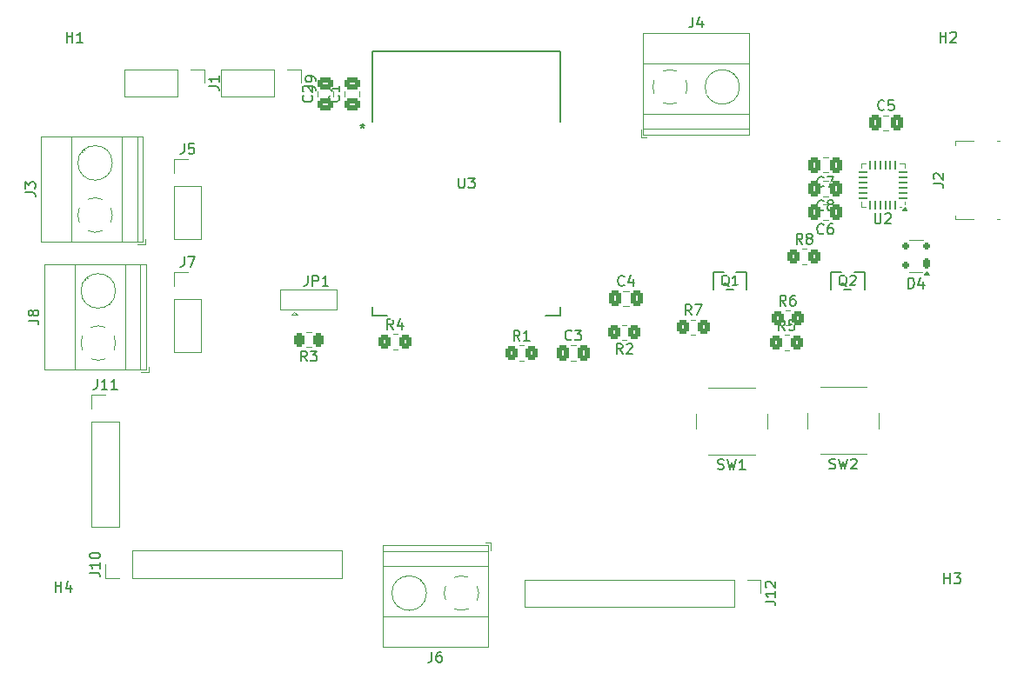
<source format=gto>
%TF.GenerationSoftware,KiCad,Pcbnew,8.0.5*%
%TF.CreationDate,2024-11-24T13:48:28-06:00*%
%TF.ProjectId,Autonomous_Gardening_Rover_v2,4175746f-6e6f-46d6-9f75-735f47617264,rev?*%
%TF.SameCoordinates,Original*%
%TF.FileFunction,Legend,Top*%
%TF.FilePolarity,Positive*%
%FSLAX46Y46*%
G04 Gerber Fmt 4.6, Leading zero omitted, Abs format (unit mm)*
G04 Created by KiCad (PCBNEW 8.0.5) date 2024-11-24 13:48:28*
%MOMM*%
%LPD*%
G01*
G04 APERTURE LIST*
G04 Aperture macros list*
%AMRoundRect*
0 Rectangle with rounded corners*
0 $1 Rounding radius*
0 $2 $3 $4 $5 $6 $7 $8 $9 X,Y pos of 4 corners*
0 Add a 4 corners polygon primitive as box body*
4,1,4,$2,$3,$4,$5,$6,$7,$8,$9,$2,$3,0*
0 Add four circle primitives for the rounded corners*
1,1,$1+$1,$2,$3*
1,1,$1+$1,$4,$5*
1,1,$1+$1,$6,$7*
1,1,$1+$1,$8,$9*
0 Add four rect primitives between the rounded corners*
20,1,$1+$1,$2,$3,$4,$5,0*
20,1,$1+$1,$4,$5,$6,$7,0*
20,1,$1+$1,$6,$7,$8,$9,0*
20,1,$1+$1,$8,$9,$2,$3,0*%
%AMFreePoly0*
4,1,6,1.000000,0.000000,0.500000,-0.750000,-0.500000,-0.750000,-0.500000,0.750000,0.500000,0.750000,1.000000,0.000000,1.000000,0.000000,$1*%
G04 Aperture macros list end*
%ADD10C,0.150000*%
%ADD11C,0.120000*%
%ADD12C,0.152400*%
%ADD13R,2.600000X2.600000*%
%ADD14C,2.600000*%
%ADD15R,1.700000X1.700000*%
%ADD16O,1.700000X1.700000*%
%ADD17R,1.498600X0.812800*%
%ADD18R,0.812800X1.498600*%
%ADD19R,0.889000X0.889000*%
%ADD20R,0.558800X1.219200*%
%ADD21RoundRect,0.250000X-0.337500X-0.475000X0.337500X-0.475000X0.337500X0.475000X-0.337500X0.475000X0*%
%ADD22RoundRect,0.250000X-0.350000X-0.450000X0.350000X-0.450000X0.350000X0.450000X-0.350000X0.450000X0*%
%ADD23C,3.200000*%
%ADD24RoundRect,0.250000X0.337500X0.475000X-0.337500X0.475000X-0.337500X-0.475000X0.337500X-0.475000X0*%
%ADD25RoundRect,0.250000X0.475000X-0.337500X0.475000X0.337500X-0.475000X0.337500X-0.475000X-0.337500X0*%
%ADD26R,1.500000X1.500000*%
%ADD27FreePoly0,0.000000*%
%ADD28FreePoly0,180.000000*%
%ADD29RoundRect,0.175000X0.175000X0.325000X-0.175000X0.325000X-0.175000X-0.325000X0.175000X-0.325000X0*%
%ADD30RoundRect,0.150000X0.200000X0.150000X-0.200000X0.150000X-0.200000X-0.150000X0.200000X-0.150000X0*%
%ADD31RoundRect,0.250000X0.262500X0.450000X-0.262500X0.450000X-0.262500X-0.450000X0.262500X-0.450000X0*%
%ADD32RoundRect,0.062500X0.350000X0.062500X-0.350000X0.062500X-0.350000X-0.062500X0.350000X-0.062500X0*%
%ADD33RoundRect,0.062500X0.062500X0.350000X-0.062500X0.350000X-0.062500X-0.350000X0.062500X-0.350000X0*%
%ADD34RoundRect,0.250000X0.350000X0.450000X-0.350000X0.450000X-0.350000X-0.450000X0.350000X-0.450000X0*%
%ADD35C,2.000000*%
%ADD36R,1.380000X0.450000*%
%ADD37R,1.300000X1.650000*%
%ADD38R,1.550000X1.425000*%
%ADD39R,1.900000X1.800000*%
%ADD40R,1.900000X1.000000*%
G04 APERTURE END LIST*
D10*
X50499819Y-103338333D02*
X51214104Y-103338333D01*
X51214104Y-103338333D02*
X51356961Y-103385952D01*
X51356961Y-103385952D02*
X51452200Y-103481190D01*
X51452200Y-103481190D02*
X51499819Y-103624047D01*
X51499819Y-103624047D02*
X51499819Y-103719285D01*
X50928390Y-102719285D02*
X50880771Y-102814523D01*
X50880771Y-102814523D02*
X50833152Y-102862142D01*
X50833152Y-102862142D02*
X50737914Y-102909761D01*
X50737914Y-102909761D02*
X50690295Y-102909761D01*
X50690295Y-102909761D02*
X50595057Y-102862142D01*
X50595057Y-102862142D02*
X50547438Y-102814523D01*
X50547438Y-102814523D02*
X50499819Y-102719285D01*
X50499819Y-102719285D02*
X50499819Y-102528809D01*
X50499819Y-102528809D02*
X50547438Y-102433571D01*
X50547438Y-102433571D02*
X50595057Y-102385952D01*
X50595057Y-102385952D02*
X50690295Y-102338333D01*
X50690295Y-102338333D02*
X50737914Y-102338333D01*
X50737914Y-102338333D02*
X50833152Y-102385952D01*
X50833152Y-102385952D02*
X50880771Y-102433571D01*
X50880771Y-102433571D02*
X50928390Y-102528809D01*
X50928390Y-102528809D02*
X50928390Y-102719285D01*
X50928390Y-102719285D02*
X50976009Y-102814523D01*
X50976009Y-102814523D02*
X51023628Y-102862142D01*
X51023628Y-102862142D02*
X51118866Y-102909761D01*
X51118866Y-102909761D02*
X51309342Y-102909761D01*
X51309342Y-102909761D02*
X51404580Y-102862142D01*
X51404580Y-102862142D02*
X51452200Y-102814523D01*
X51452200Y-102814523D02*
X51499819Y-102719285D01*
X51499819Y-102719285D02*
X51499819Y-102528809D01*
X51499819Y-102528809D02*
X51452200Y-102433571D01*
X51452200Y-102433571D02*
X51404580Y-102385952D01*
X51404580Y-102385952D02*
X51309342Y-102338333D01*
X51309342Y-102338333D02*
X51118866Y-102338333D01*
X51118866Y-102338333D02*
X51023628Y-102385952D01*
X51023628Y-102385952D02*
X50976009Y-102433571D01*
X50976009Y-102433571D02*
X50928390Y-102528809D01*
X68064819Y-80533333D02*
X68779104Y-80533333D01*
X68779104Y-80533333D02*
X68921961Y-80580952D01*
X68921961Y-80580952D02*
X69017200Y-80676190D01*
X69017200Y-80676190D02*
X69064819Y-80819047D01*
X69064819Y-80819047D02*
X69064819Y-80914285D01*
X69064819Y-79533333D02*
X69064819Y-80104761D01*
X69064819Y-79819047D02*
X68064819Y-79819047D01*
X68064819Y-79819047D02*
X68207676Y-79914285D01*
X68207676Y-79914285D02*
X68302914Y-80009523D01*
X68302914Y-80009523D02*
X68350533Y-80104761D01*
X92382595Y-89454819D02*
X92382595Y-90264342D01*
X92382595Y-90264342D02*
X92430214Y-90359580D01*
X92430214Y-90359580D02*
X92477833Y-90407200D01*
X92477833Y-90407200D02*
X92573071Y-90454819D01*
X92573071Y-90454819D02*
X92763547Y-90454819D01*
X92763547Y-90454819D02*
X92858785Y-90407200D01*
X92858785Y-90407200D02*
X92906404Y-90359580D01*
X92906404Y-90359580D02*
X92954023Y-90264342D01*
X92954023Y-90264342D02*
X92954023Y-89454819D01*
X93334976Y-89454819D02*
X93954023Y-89454819D01*
X93954023Y-89454819D02*
X93620690Y-89835771D01*
X93620690Y-89835771D02*
X93763547Y-89835771D01*
X93763547Y-89835771D02*
X93858785Y-89883390D01*
X93858785Y-89883390D02*
X93906404Y-89931009D01*
X93906404Y-89931009D02*
X93954023Y-90026247D01*
X93954023Y-90026247D02*
X93954023Y-90264342D01*
X93954023Y-90264342D02*
X93906404Y-90359580D01*
X93906404Y-90359580D02*
X93858785Y-90407200D01*
X93858785Y-90407200D02*
X93763547Y-90454819D01*
X93763547Y-90454819D02*
X93477833Y-90454819D01*
X93477833Y-90454819D02*
X93382595Y-90407200D01*
X93382595Y-90407200D02*
X93334976Y-90359580D01*
X83010200Y-84194819D02*
X83010200Y-84432914D01*
X82772105Y-84337676D02*
X83010200Y-84432914D01*
X83010200Y-84432914D02*
X83248295Y-84337676D01*
X82867343Y-84623390D02*
X83010200Y-84432914D01*
X83010200Y-84432914D02*
X83153057Y-84623390D01*
X83010200Y-84194819D02*
X83010200Y-84432914D01*
X82772105Y-84337676D02*
X83010200Y-84432914D01*
X83010200Y-84432914D02*
X83248295Y-84337676D01*
X82867343Y-84623390D02*
X83010200Y-84432914D01*
X83010200Y-84432914D02*
X83153057Y-84623390D01*
X130154762Y-100029058D02*
X130059524Y-99981439D01*
X130059524Y-99981439D02*
X129964286Y-99886201D01*
X129964286Y-99886201D02*
X129821429Y-99743343D01*
X129821429Y-99743343D02*
X129726191Y-99695724D01*
X129726191Y-99695724D02*
X129630953Y-99695724D01*
X129678572Y-99933820D02*
X129583334Y-99886201D01*
X129583334Y-99886201D02*
X129488096Y-99790962D01*
X129488096Y-99790962D02*
X129440477Y-99600486D01*
X129440477Y-99600486D02*
X129440477Y-99267153D01*
X129440477Y-99267153D02*
X129488096Y-99076677D01*
X129488096Y-99076677D02*
X129583334Y-98981439D01*
X129583334Y-98981439D02*
X129678572Y-98933820D01*
X129678572Y-98933820D02*
X129869048Y-98933820D01*
X129869048Y-98933820D02*
X129964286Y-98981439D01*
X129964286Y-98981439D02*
X130059524Y-99076677D01*
X130059524Y-99076677D02*
X130107143Y-99267153D01*
X130107143Y-99267153D02*
X130107143Y-99600486D01*
X130107143Y-99600486D02*
X130059524Y-99790962D01*
X130059524Y-99790962D02*
X129964286Y-99886201D01*
X129964286Y-99886201D02*
X129869048Y-99933820D01*
X129869048Y-99933820D02*
X129678572Y-99933820D01*
X130488096Y-99029058D02*
X130535715Y-98981439D01*
X130535715Y-98981439D02*
X130630953Y-98933820D01*
X130630953Y-98933820D02*
X130869048Y-98933820D01*
X130869048Y-98933820D02*
X130964286Y-98981439D01*
X130964286Y-98981439D02*
X131011905Y-99029058D01*
X131011905Y-99029058D02*
X131059524Y-99124296D01*
X131059524Y-99124296D02*
X131059524Y-99219534D01*
X131059524Y-99219534D02*
X131011905Y-99362391D01*
X131011905Y-99362391D02*
X130440477Y-99933820D01*
X130440477Y-99933820D02*
X131059524Y-99933820D01*
X103370833Y-105179580D02*
X103323214Y-105227200D01*
X103323214Y-105227200D02*
X103180357Y-105274819D01*
X103180357Y-105274819D02*
X103085119Y-105274819D01*
X103085119Y-105274819D02*
X102942262Y-105227200D01*
X102942262Y-105227200D02*
X102847024Y-105131961D01*
X102847024Y-105131961D02*
X102799405Y-105036723D01*
X102799405Y-105036723D02*
X102751786Y-104846247D01*
X102751786Y-104846247D02*
X102751786Y-104703390D01*
X102751786Y-104703390D02*
X102799405Y-104512914D01*
X102799405Y-104512914D02*
X102847024Y-104417676D01*
X102847024Y-104417676D02*
X102942262Y-104322438D01*
X102942262Y-104322438D02*
X103085119Y-104274819D01*
X103085119Y-104274819D02*
X103180357Y-104274819D01*
X103180357Y-104274819D02*
X103323214Y-104322438D01*
X103323214Y-104322438D02*
X103370833Y-104370057D01*
X103704167Y-104274819D02*
X104323214Y-104274819D01*
X104323214Y-104274819D02*
X103989881Y-104655771D01*
X103989881Y-104655771D02*
X104132738Y-104655771D01*
X104132738Y-104655771D02*
X104227976Y-104703390D01*
X104227976Y-104703390D02*
X104275595Y-104751009D01*
X104275595Y-104751009D02*
X104323214Y-104846247D01*
X104323214Y-104846247D02*
X104323214Y-105084342D01*
X104323214Y-105084342D02*
X104275595Y-105179580D01*
X104275595Y-105179580D02*
X104227976Y-105227200D01*
X104227976Y-105227200D02*
X104132738Y-105274819D01*
X104132738Y-105274819D02*
X103847024Y-105274819D01*
X103847024Y-105274819D02*
X103751786Y-105227200D01*
X103751786Y-105227200D02*
X103704167Y-105179580D01*
X118704761Y-100029058D02*
X118609523Y-99981439D01*
X118609523Y-99981439D02*
X118514285Y-99886201D01*
X118514285Y-99886201D02*
X118371428Y-99743343D01*
X118371428Y-99743343D02*
X118276190Y-99695724D01*
X118276190Y-99695724D02*
X118180952Y-99695724D01*
X118228571Y-99933820D02*
X118133333Y-99886201D01*
X118133333Y-99886201D02*
X118038095Y-99790962D01*
X118038095Y-99790962D02*
X117990476Y-99600486D01*
X117990476Y-99600486D02*
X117990476Y-99267153D01*
X117990476Y-99267153D02*
X118038095Y-99076677D01*
X118038095Y-99076677D02*
X118133333Y-98981439D01*
X118133333Y-98981439D02*
X118228571Y-98933820D01*
X118228571Y-98933820D02*
X118419047Y-98933820D01*
X118419047Y-98933820D02*
X118514285Y-98981439D01*
X118514285Y-98981439D02*
X118609523Y-99076677D01*
X118609523Y-99076677D02*
X118657142Y-99267153D01*
X118657142Y-99267153D02*
X118657142Y-99600486D01*
X118657142Y-99600486D02*
X118609523Y-99790962D01*
X118609523Y-99790962D02*
X118514285Y-99886201D01*
X118514285Y-99886201D02*
X118419047Y-99933820D01*
X118419047Y-99933820D02*
X118228571Y-99933820D01*
X119609523Y-99933820D02*
X119038095Y-99933820D01*
X119323809Y-99933820D02*
X119323809Y-98933820D01*
X119323809Y-98933820D02*
X119228571Y-99076677D01*
X119228571Y-99076677D02*
X119133333Y-99171915D01*
X119133333Y-99171915D02*
X119038095Y-99219534D01*
X57190476Y-109049819D02*
X57190476Y-109764104D01*
X57190476Y-109764104D02*
X57142857Y-109906961D01*
X57142857Y-109906961D02*
X57047619Y-110002200D01*
X57047619Y-110002200D02*
X56904762Y-110049819D01*
X56904762Y-110049819D02*
X56809524Y-110049819D01*
X58190476Y-110049819D02*
X57619048Y-110049819D01*
X57904762Y-110049819D02*
X57904762Y-109049819D01*
X57904762Y-109049819D02*
X57809524Y-109192676D01*
X57809524Y-109192676D02*
X57714286Y-109287914D01*
X57714286Y-109287914D02*
X57619048Y-109335533D01*
X59142857Y-110049819D02*
X58571429Y-110049819D01*
X58857143Y-110049819D02*
X58857143Y-109049819D01*
X58857143Y-109049819D02*
X58761905Y-109192676D01*
X58761905Y-109192676D02*
X58666667Y-109287914D01*
X58666667Y-109287914D02*
X58571429Y-109335533D01*
X98333333Y-105304819D02*
X98000000Y-104828628D01*
X97761905Y-105304819D02*
X97761905Y-104304819D01*
X97761905Y-104304819D02*
X98142857Y-104304819D01*
X98142857Y-104304819D02*
X98238095Y-104352438D01*
X98238095Y-104352438D02*
X98285714Y-104400057D01*
X98285714Y-104400057D02*
X98333333Y-104495295D01*
X98333333Y-104495295D02*
X98333333Y-104638152D01*
X98333333Y-104638152D02*
X98285714Y-104733390D01*
X98285714Y-104733390D02*
X98238095Y-104781009D01*
X98238095Y-104781009D02*
X98142857Y-104828628D01*
X98142857Y-104828628D02*
X97761905Y-104828628D01*
X99285714Y-105304819D02*
X98714286Y-105304819D01*
X99000000Y-105304819D02*
X99000000Y-104304819D01*
X99000000Y-104304819D02*
X98904762Y-104447676D01*
X98904762Y-104447676D02*
X98809524Y-104542914D01*
X98809524Y-104542914D02*
X98714286Y-104590533D01*
X139238095Y-76254819D02*
X139238095Y-75254819D01*
X139238095Y-75731009D02*
X139809523Y-75731009D01*
X139809523Y-76254819D02*
X139809523Y-75254819D01*
X140238095Y-75350057D02*
X140285714Y-75302438D01*
X140285714Y-75302438D02*
X140380952Y-75254819D01*
X140380952Y-75254819D02*
X140619047Y-75254819D01*
X140619047Y-75254819D02*
X140714285Y-75302438D01*
X140714285Y-75302438D02*
X140761904Y-75350057D01*
X140761904Y-75350057D02*
X140809523Y-75445295D01*
X140809523Y-75445295D02*
X140809523Y-75540533D01*
X140809523Y-75540533D02*
X140761904Y-75683390D01*
X140761904Y-75683390D02*
X140190476Y-76254819D01*
X140190476Y-76254819D02*
X140809523Y-76254819D01*
X89771666Y-135609819D02*
X89771666Y-136324104D01*
X89771666Y-136324104D02*
X89724047Y-136466961D01*
X89724047Y-136466961D02*
X89628809Y-136562200D01*
X89628809Y-136562200D02*
X89485952Y-136609819D01*
X89485952Y-136609819D02*
X89390714Y-136609819D01*
X90676428Y-135609819D02*
X90485952Y-135609819D01*
X90485952Y-135609819D02*
X90390714Y-135657438D01*
X90390714Y-135657438D02*
X90343095Y-135705057D01*
X90343095Y-135705057D02*
X90247857Y-135847914D01*
X90247857Y-135847914D02*
X90200238Y-136038390D01*
X90200238Y-136038390D02*
X90200238Y-136419342D01*
X90200238Y-136419342D02*
X90247857Y-136514580D01*
X90247857Y-136514580D02*
X90295476Y-136562200D01*
X90295476Y-136562200D02*
X90390714Y-136609819D01*
X90390714Y-136609819D02*
X90581190Y-136609819D01*
X90581190Y-136609819D02*
X90676428Y-136562200D01*
X90676428Y-136562200D02*
X90724047Y-136514580D01*
X90724047Y-136514580D02*
X90771666Y-136419342D01*
X90771666Y-136419342D02*
X90771666Y-136181247D01*
X90771666Y-136181247D02*
X90724047Y-136086009D01*
X90724047Y-136086009D02*
X90676428Y-136038390D01*
X90676428Y-136038390D02*
X90581190Y-135990771D01*
X90581190Y-135990771D02*
X90390714Y-135990771D01*
X90390714Y-135990771D02*
X90295476Y-136038390D01*
X90295476Y-136038390D02*
X90247857Y-136086009D01*
X90247857Y-136086009D02*
X90200238Y-136181247D01*
X127895833Y-94839580D02*
X127848214Y-94887200D01*
X127848214Y-94887200D02*
X127705357Y-94934819D01*
X127705357Y-94934819D02*
X127610119Y-94934819D01*
X127610119Y-94934819D02*
X127467262Y-94887200D01*
X127467262Y-94887200D02*
X127372024Y-94791961D01*
X127372024Y-94791961D02*
X127324405Y-94696723D01*
X127324405Y-94696723D02*
X127276786Y-94506247D01*
X127276786Y-94506247D02*
X127276786Y-94363390D01*
X127276786Y-94363390D02*
X127324405Y-94172914D01*
X127324405Y-94172914D02*
X127372024Y-94077676D01*
X127372024Y-94077676D02*
X127467262Y-93982438D01*
X127467262Y-93982438D02*
X127610119Y-93934819D01*
X127610119Y-93934819D02*
X127705357Y-93934819D01*
X127705357Y-93934819D02*
X127848214Y-93982438D01*
X127848214Y-93982438D02*
X127895833Y-94030057D01*
X128752976Y-93934819D02*
X128562500Y-93934819D01*
X128562500Y-93934819D02*
X128467262Y-93982438D01*
X128467262Y-93982438D02*
X128419643Y-94030057D01*
X128419643Y-94030057D02*
X128324405Y-94172914D01*
X128324405Y-94172914D02*
X128276786Y-94363390D01*
X128276786Y-94363390D02*
X128276786Y-94744342D01*
X128276786Y-94744342D02*
X128324405Y-94839580D01*
X128324405Y-94839580D02*
X128372024Y-94887200D01*
X128372024Y-94887200D02*
X128467262Y-94934819D01*
X128467262Y-94934819D02*
X128657738Y-94934819D01*
X128657738Y-94934819D02*
X128752976Y-94887200D01*
X128752976Y-94887200D02*
X128800595Y-94839580D01*
X128800595Y-94839580D02*
X128848214Y-94744342D01*
X128848214Y-94744342D02*
X128848214Y-94506247D01*
X128848214Y-94506247D02*
X128800595Y-94411009D01*
X128800595Y-94411009D02*
X128752976Y-94363390D01*
X128752976Y-94363390D02*
X128657738Y-94315771D01*
X128657738Y-94315771D02*
X128467262Y-94315771D01*
X128467262Y-94315771D02*
X128372024Y-94363390D01*
X128372024Y-94363390D02*
X128324405Y-94411009D01*
X128324405Y-94411009D02*
X128276786Y-94506247D01*
X78079580Y-81429166D02*
X78127200Y-81476785D01*
X78127200Y-81476785D02*
X78174819Y-81619642D01*
X78174819Y-81619642D02*
X78174819Y-81714880D01*
X78174819Y-81714880D02*
X78127200Y-81857737D01*
X78127200Y-81857737D02*
X78031961Y-81952975D01*
X78031961Y-81952975D02*
X77936723Y-82000594D01*
X77936723Y-82000594D02*
X77746247Y-82048213D01*
X77746247Y-82048213D02*
X77603390Y-82048213D01*
X77603390Y-82048213D02*
X77412914Y-82000594D01*
X77412914Y-82000594D02*
X77317676Y-81952975D01*
X77317676Y-81952975D02*
X77222438Y-81857737D01*
X77222438Y-81857737D02*
X77174819Y-81714880D01*
X77174819Y-81714880D02*
X77174819Y-81619642D01*
X77174819Y-81619642D02*
X77222438Y-81476785D01*
X77222438Y-81476785D02*
X77270057Y-81429166D01*
X77270057Y-81048213D02*
X77222438Y-81000594D01*
X77222438Y-81000594D02*
X77174819Y-80905356D01*
X77174819Y-80905356D02*
X77174819Y-80667261D01*
X77174819Y-80667261D02*
X77222438Y-80572023D01*
X77222438Y-80572023D02*
X77270057Y-80524404D01*
X77270057Y-80524404D02*
X77365295Y-80476785D01*
X77365295Y-80476785D02*
X77460533Y-80476785D01*
X77460533Y-80476785D02*
X77603390Y-80524404D01*
X77603390Y-80524404D02*
X78174819Y-81095832D01*
X78174819Y-81095832D02*
X78174819Y-80476785D01*
X77691666Y-98979819D02*
X77691666Y-99694104D01*
X77691666Y-99694104D02*
X77644047Y-99836961D01*
X77644047Y-99836961D02*
X77548809Y-99932200D01*
X77548809Y-99932200D02*
X77405952Y-99979819D01*
X77405952Y-99979819D02*
X77310714Y-99979819D01*
X78167857Y-99979819D02*
X78167857Y-98979819D01*
X78167857Y-98979819D02*
X78548809Y-98979819D01*
X78548809Y-98979819D02*
X78644047Y-99027438D01*
X78644047Y-99027438D02*
X78691666Y-99075057D01*
X78691666Y-99075057D02*
X78739285Y-99170295D01*
X78739285Y-99170295D02*
X78739285Y-99313152D01*
X78739285Y-99313152D02*
X78691666Y-99408390D01*
X78691666Y-99408390D02*
X78644047Y-99456009D01*
X78644047Y-99456009D02*
X78548809Y-99503628D01*
X78548809Y-99503628D02*
X78167857Y-99503628D01*
X79691666Y-99979819D02*
X79120238Y-99979819D01*
X79405952Y-99979819D02*
X79405952Y-98979819D01*
X79405952Y-98979819D02*
X79310714Y-99122676D01*
X79310714Y-99122676D02*
X79215476Y-99217914D01*
X79215476Y-99217914D02*
X79120238Y-99265533D01*
X80679580Y-81429166D02*
X80727200Y-81476785D01*
X80727200Y-81476785D02*
X80774819Y-81619642D01*
X80774819Y-81619642D02*
X80774819Y-81714880D01*
X80774819Y-81714880D02*
X80727200Y-81857737D01*
X80727200Y-81857737D02*
X80631961Y-81952975D01*
X80631961Y-81952975D02*
X80536723Y-82000594D01*
X80536723Y-82000594D02*
X80346247Y-82048213D01*
X80346247Y-82048213D02*
X80203390Y-82048213D01*
X80203390Y-82048213D02*
X80012914Y-82000594D01*
X80012914Y-82000594D02*
X79917676Y-81952975D01*
X79917676Y-81952975D02*
X79822438Y-81857737D01*
X79822438Y-81857737D02*
X79774819Y-81714880D01*
X79774819Y-81714880D02*
X79774819Y-81619642D01*
X79774819Y-81619642D02*
X79822438Y-81476785D01*
X79822438Y-81476785D02*
X79870057Y-81429166D01*
X80774819Y-80476785D02*
X80774819Y-81048213D01*
X80774819Y-80762499D02*
X79774819Y-80762499D01*
X79774819Y-80762499D02*
X79917676Y-80857737D01*
X79917676Y-80857737D02*
X80012914Y-80952975D01*
X80012914Y-80952975D02*
X80060533Y-81048213D01*
X124233333Y-101904819D02*
X123900000Y-101428628D01*
X123661905Y-101904819D02*
X123661905Y-100904819D01*
X123661905Y-100904819D02*
X124042857Y-100904819D01*
X124042857Y-100904819D02*
X124138095Y-100952438D01*
X124138095Y-100952438D02*
X124185714Y-101000057D01*
X124185714Y-101000057D02*
X124233333Y-101095295D01*
X124233333Y-101095295D02*
X124233333Y-101238152D01*
X124233333Y-101238152D02*
X124185714Y-101333390D01*
X124185714Y-101333390D02*
X124138095Y-101381009D01*
X124138095Y-101381009D02*
X124042857Y-101428628D01*
X124042857Y-101428628D02*
X123661905Y-101428628D01*
X125090476Y-100904819D02*
X124900000Y-100904819D01*
X124900000Y-100904819D02*
X124804762Y-100952438D01*
X124804762Y-100952438D02*
X124757143Y-101000057D01*
X124757143Y-101000057D02*
X124661905Y-101142914D01*
X124661905Y-101142914D02*
X124614286Y-101333390D01*
X124614286Y-101333390D02*
X124614286Y-101714342D01*
X124614286Y-101714342D02*
X124661905Y-101809580D01*
X124661905Y-101809580D02*
X124709524Y-101857200D01*
X124709524Y-101857200D02*
X124804762Y-101904819D01*
X124804762Y-101904819D02*
X124995238Y-101904819D01*
X124995238Y-101904819D02*
X125090476Y-101857200D01*
X125090476Y-101857200D02*
X125138095Y-101809580D01*
X125138095Y-101809580D02*
X125185714Y-101714342D01*
X125185714Y-101714342D02*
X125185714Y-101476247D01*
X125185714Y-101476247D02*
X125138095Y-101381009D01*
X125138095Y-101381009D02*
X125090476Y-101333390D01*
X125090476Y-101333390D02*
X124995238Y-101285771D01*
X124995238Y-101285771D02*
X124804762Y-101285771D01*
X124804762Y-101285771D02*
X124709524Y-101333390D01*
X124709524Y-101333390D02*
X124661905Y-101381009D01*
X124661905Y-101381009D02*
X124614286Y-101476247D01*
X136141905Y-100204819D02*
X136141905Y-99204819D01*
X136141905Y-99204819D02*
X136380000Y-99204819D01*
X136380000Y-99204819D02*
X136522857Y-99252438D01*
X136522857Y-99252438D02*
X136618095Y-99347676D01*
X136618095Y-99347676D02*
X136665714Y-99442914D01*
X136665714Y-99442914D02*
X136713333Y-99633390D01*
X136713333Y-99633390D02*
X136713333Y-99776247D01*
X136713333Y-99776247D02*
X136665714Y-99966723D01*
X136665714Y-99966723D02*
X136618095Y-100061961D01*
X136618095Y-100061961D02*
X136522857Y-100157200D01*
X136522857Y-100157200D02*
X136380000Y-100204819D01*
X136380000Y-100204819D02*
X136141905Y-100204819D01*
X137570476Y-99538152D02*
X137570476Y-100204819D01*
X137332381Y-99157200D02*
X137094286Y-99871485D01*
X137094286Y-99871485D02*
X137713333Y-99871485D01*
X77620833Y-107304819D02*
X77287500Y-106828628D01*
X77049405Y-107304819D02*
X77049405Y-106304819D01*
X77049405Y-106304819D02*
X77430357Y-106304819D01*
X77430357Y-106304819D02*
X77525595Y-106352438D01*
X77525595Y-106352438D02*
X77573214Y-106400057D01*
X77573214Y-106400057D02*
X77620833Y-106495295D01*
X77620833Y-106495295D02*
X77620833Y-106638152D01*
X77620833Y-106638152D02*
X77573214Y-106733390D01*
X77573214Y-106733390D02*
X77525595Y-106781009D01*
X77525595Y-106781009D02*
X77430357Y-106828628D01*
X77430357Y-106828628D02*
X77049405Y-106828628D01*
X77954167Y-106304819D02*
X78573214Y-106304819D01*
X78573214Y-106304819D02*
X78239881Y-106685771D01*
X78239881Y-106685771D02*
X78382738Y-106685771D01*
X78382738Y-106685771D02*
X78477976Y-106733390D01*
X78477976Y-106733390D02*
X78525595Y-106781009D01*
X78525595Y-106781009D02*
X78573214Y-106876247D01*
X78573214Y-106876247D02*
X78573214Y-107114342D01*
X78573214Y-107114342D02*
X78525595Y-107209580D01*
X78525595Y-107209580D02*
X78477976Y-107257200D01*
X78477976Y-107257200D02*
X78382738Y-107304819D01*
X78382738Y-107304819D02*
X78097024Y-107304819D01*
X78097024Y-107304819D02*
X78001786Y-107257200D01*
X78001786Y-107257200D02*
X77954167Y-107209580D01*
X50194819Y-90873333D02*
X50909104Y-90873333D01*
X50909104Y-90873333D02*
X51051961Y-90920952D01*
X51051961Y-90920952D02*
X51147200Y-91016190D01*
X51147200Y-91016190D02*
X51194819Y-91159047D01*
X51194819Y-91159047D02*
X51194819Y-91254285D01*
X50194819Y-90492380D02*
X50194819Y-89873333D01*
X50194819Y-89873333D02*
X50575771Y-90206666D01*
X50575771Y-90206666D02*
X50575771Y-90063809D01*
X50575771Y-90063809D02*
X50623390Y-89968571D01*
X50623390Y-89968571D02*
X50671009Y-89920952D01*
X50671009Y-89920952D02*
X50766247Y-89873333D01*
X50766247Y-89873333D02*
X51004342Y-89873333D01*
X51004342Y-89873333D02*
X51099580Y-89920952D01*
X51099580Y-89920952D02*
X51147200Y-89968571D01*
X51147200Y-89968571D02*
X51194819Y-90063809D01*
X51194819Y-90063809D02*
X51194819Y-90349523D01*
X51194819Y-90349523D02*
X51147200Y-90444761D01*
X51147200Y-90444761D02*
X51099580Y-90492380D01*
X115033333Y-102804819D02*
X114700000Y-102328628D01*
X114461905Y-102804819D02*
X114461905Y-101804819D01*
X114461905Y-101804819D02*
X114842857Y-101804819D01*
X114842857Y-101804819D02*
X114938095Y-101852438D01*
X114938095Y-101852438D02*
X114985714Y-101900057D01*
X114985714Y-101900057D02*
X115033333Y-101995295D01*
X115033333Y-101995295D02*
X115033333Y-102138152D01*
X115033333Y-102138152D02*
X114985714Y-102233390D01*
X114985714Y-102233390D02*
X114938095Y-102281009D01*
X114938095Y-102281009D02*
X114842857Y-102328628D01*
X114842857Y-102328628D02*
X114461905Y-102328628D01*
X115366667Y-101804819D02*
X116033333Y-101804819D01*
X116033333Y-101804819D02*
X115604762Y-102804819D01*
X86033333Y-104204819D02*
X85700000Y-103728628D01*
X85461905Y-104204819D02*
X85461905Y-103204819D01*
X85461905Y-103204819D02*
X85842857Y-103204819D01*
X85842857Y-103204819D02*
X85938095Y-103252438D01*
X85938095Y-103252438D02*
X85985714Y-103300057D01*
X85985714Y-103300057D02*
X86033333Y-103395295D01*
X86033333Y-103395295D02*
X86033333Y-103538152D01*
X86033333Y-103538152D02*
X85985714Y-103633390D01*
X85985714Y-103633390D02*
X85938095Y-103681009D01*
X85938095Y-103681009D02*
X85842857Y-103728628D01*
X85842857Y-103728628D02*
X85461905Y-103728628D01*
X86890476Y-103538152D02*
X86890476Y-104204819D01*
X86652381Y-103157200D02*
X86414286Y-103871485D01*
X86414286Y-103871485D02*
X87033333Y-103871485D01*
X122224819Y-130709523D02*
X122939104Y-130709523D01*
X122939104Y-130709523D02*
X123081961Y-130757142D01*
X123081961Y-130757142D02*
X123177200Y-130852380D01*
X123177200Y-130852380D02*
X123224819Y-130995237D01*
X123224819Y-130995237D02*
X123224819Y-131090475D01*
X123224819Y-129709523D02*
X123224819Y-130280951D01*
X123224819Y-129995237D02*
X122224819Y-129995237D01*
X122224819Y-129995237D02*
X122367676Y-130090475D01*
X122367676Y-130090475D02*
X122462914Y-130185713D01*
X122462914Y-130185713D02*
X122510533Y-130280951D01*
X122320057Y-129328570D02*
X122272438Y-129280951D01*
X122272438Y-129280951D02*
X122224819Y-129185713D01*
X122224819Y-129185713D02*
X122224819Y-128947618D01*
X122224819Y-128947618D02*
X122272438Y-128852380D01*
X122272438Y-128852380D02*
X122320057Y-128804761D01*
X122320057Y-128804761D02*
X122415295Y-128757142D01*
X122415295Y-128757142D02*
X122510533Y-128757142D01*
X122510533Y-128757142D02*
X122653390Y-128804761D01*
X122653390Y-128804761D02*
X123224819Y-129376189D01*
X123224819Y-129376189D02*
X123224819Y-128757142D01*
X56474819Y-127909523D02*
X57189104Y-127909523D01*
X57189104Y-127909523D02*
X57331961Y-127957142D01*
X57331961Y-127957142D02*
X57427200Y-128052380D01*
X57427200Y-128052380D02*
X57474819Y-128195237D01*
X57474819Y-128195237D02*
X57474819Y-128290475D01*
X57474819Y-126909523D02*
X57474819Y-127480951D01*
X57474819Y-127195237D02*
X56474819Y-127195237D01*
X56474819Y-127195237D02*
X56617676Y-127290475D01*
X56617676Y-127290475D02*
X56712914Y-127385713D01*
X56712914Y-127385713D02*
X56760533Y-127480951D01*
X56474819Y-126290475D02*
X56474819Y-126195237D01*
X56474819Y-126195237D02*
X56522438Y-126099999D01*
X56522438Y-126099999D02*
X56570057Y-126052380D01*
X56570057Y-126052380D02*
X56665295Y-126004761D01*
X56665295Y-126004761D02*
X56855771Y-125957142D01*
X56855771Y-125957142D02*
X57093866Y-125957142D01*
X57093866Y-125957142D02*
X57284342Y-126004761D01*
X57284342Y-126004761D02*
X57379580Y-126052380D01*
X57379580Y-126052380D02*
X57427200Y-126099999D01*
X57427200Y-126099999D02*
X57474819Y-126195237D01*
X57474819Y-126195237D02*
X57474819Y-126290475D01*
X57474819Y-126290475D02*
X57427200Y-126385713D01*
X57427200Y-126385713D02*
X57379580Y-126433332D01*
X57379580Y-126433332D02*
X57284342Y-126480951D01*
X57284342Y-126480951D02*
X57093866Y-126528570D01*
X57093866Y-126528570D02*
X56855771Y-126528570D01*
X56855771Y-126528570D02*
X56665295Y-126480951D01*
X56665295Y-126480951D02*
X56570057Y-126433332D01*
X56570057Y-126433332D02*
X56522438Y-126385713D01*
X56522438Y-126385713D02*
X56474819Y-126290475D01*
X132888095Y-92904819D02*
X132888095Y-93714342D01*
X132888095Y-93714342D02*
X132935714Y-93809580D01*
X132935714Y-93809580D02*
X132983333Y-93857200D01*
X132983333Y-93857200D02*
X133078571Y-93904819D01*
X133078571Y-93904819D02*
X133269047Y-93904819D01*
X133269047Y-93904819D02*
X133364285Y-93857200D01*
X133364285Y-93857200D02*
X133411904Y-93809580D01*
X133411904Y-93809580D02*
X133459523Y-93714342D01*
X133459523Y-93714342D02*
X133459523Y-92904819D01*
X133888095Y-93000057D02*
X133935714Y-92952438D01*
X133935714Y-92952438D02*
X134030952Y-92904819D01*
X134030952Y-92904819D02*
X134269047Y-92904819D01*
X134269047Y-92904819D02*
X134364285Y-92952438D01*
X134364285Y-92952438D02*
X134411904Y-93000057D01*
X134411904Y-93000057D02*
X134459523Y-93095295D01*
X134459523Y-93095295D02*
X134459523Y-93190533D01*
X134459523Y-93190533D02*
X134411904Y-93333390D01*
X134411904Y-93333390D02*
X133840476Y-93904819D01*
X133840476Y-93904819D02*
X134459523Y-93904819D01*
X124133333Y-104304819D02*
X123800000Y-103828628D01*
X123561905Y-104304819D02*
X123561905Y-103304819D01*
X123561905Y-103304819D02*
X123942857Y-103304819D01*
X123942857Y-103304819D02*
X124038095Y-103352438D01*
X124038095Y-103352438D02*
X124085714Y-103400057D01*
X124085714Y-103400057D02*
X124133333Y-103495295D01*
X124133333Y-103495295D02*
X124133333Y-103638152D01*
X124133333Y-103638152D02*
X124085714Y-103733390D01*
X124085714Y-103733390D02*
X124038095Y-103781009D01*
X124038095Y-103781009D02*
X123942857Y-103828628D01*
X123942857Y-103828628D02*
X123561905Y-103828628D01*
X125038095Y-103304819D02*
X124561905Y-103304819D01*
X124561905Y-103304819D02*
X124514286Y-103781009D01*
X124514286Y-103781009D02*
X124561905Y-103733390D01*
X124561905Y-103733390D02*
X124657143Y-103685771D01*
X124657143Y-103685771D02*
X124895238Y-103685771D01*
X124895238Y-103685771D02*
X124990476Y-103733390D01*
X124990476Y-103733390D02*
X125038095Y-103781009D01*
X125038095Y-103781009D02*
X125085714Y-103876247D01*
X125085714Y-103876247D02*
X125085714Y-104114342D01*
X125085714Y-104114342D02*
X125038095Y-104209580D01*
X125038095Y-104209580D02*
X124990476Y-104257200D01*
X124990476Y-104257200D02*
X124895238Y-104304819D01*
X124895238Y-104304819D02*
X124657143Y-104304819D01*
X124657143Y-104304819D02*
X124561905Y-104257200D01*
X124561905Y-104257200D02*
X124514286Y-104209580D01*
X77464819Y-80533333D02*
X78179104Y-80533333D01*
X78179104Y-80533333D02*
X78321961Y-80580952D01*
X78321961Y-80580952D02*
X78417200Y-80676190D01*
X78417200Y-80676190D02*
X78464819Y-80819047D01*
X78464819Y-80819047D02*
X78464819Y-80914285D01*
X78464819Y-80009523D02*
X78464819Y-79819047D01*
X78464819Y-79819047D02*
X78417200Y-79723809D01*
X78417200Y-79723809D02*
X78369580Y-79676190D01*
X78369580Y-79676190D02*
X78226723Y-79580952D01*
X78226723Y-79580952D02*
X78036247Y-79533333D01*
X78036247Y-79533333D02*
X77655295Y-79533333D01*
X77655295Y-79533333D02*
X77560057Y-79580952D01*
X77560057Y-79580952D02*
X77512438Y-79628571D01*
X77512438Y-79628571D02*
X77464819Y-79723809D01*
X77464819Y-79723809D02*
X77464819Y-79914285D01*
X77464819Y-79914285D02*
X77512438Y-80009523D01*
X77512438Y-80009523D02*
X77560057Y-80057142D01*
X77560057Y-80057142D02*
X77655295Y-80104761D01*
X77655295Y-80104761D02*
X77893390Y-80104761D01*
X77893390Y-80104761D02*
X77988628Y-80057142D01*
X77988628Y-80057142D02*
X78036247Y-80009523D01*
X78036247Y-80009523D02*
X78083866Y-79914285D01*
X78083866Y-79914285D02*
X78083866Y-79723809D01*
X78083866Y-79723809D02*
X78036247Y-79628571D01*
X78036247Y-79628571D02*
X77988628Y-79580952D01*
X77988628Y-79580952D02*
X77893390Y-79533333D01*
X108333333Y-106604819D02*
X108000000Y-106128628D01*
X107761905Y-106604819D02*
X107761905Y-105604819D01*
X107761905Y-105604819D02*
X108142857Y-105604819D01*
X108142857Y-105604819D02*
X108238095Y-105652438D01*
X108238095Y-105652438D02*
X108285714Y-105700057D01*
X108285714Y-105700057D02*
X108333333Y-105795295D01*
X108333333Y-105795295D02*
X108333333Y-105938152D01*
X108333333Y-105938152D02*
X108285714Y-106033390D01*
X108285714Y-106033390D02*
X108238095Y-106081009D01*
X108238095Y-106081009D02*
X108142857Y-106128628D01*
X108142857Y-106128628D02*
X107761905Y-106128628D01*
X108714286Y-105700057D02*
X108761905Y-105652438D01*
X108761905Y-105652438D02*
X108857143Y-105604819D01*
X108857143Y-105604819D02*
X109095238Y-105604819D01*
X109095238Y-105604819D02*
X109190476Y-105652438D01*
X109190476Y-105652438D02*
X109238095Y-105700057D01*
X109238095Y-105700057D02*
X109285714Y-105795295D01*
X109285714Y-105795295D02*
X109285714Y-105890533D01*
X109285714Y-105890533D02*
X109238095Y-106033390D01*
X109238095Y-106033390D02*
X108666667Y-106604819D01*
X108666667Y-106604819D02*
X109285714Y-106604819D01*
X65666666Y-97124819D02*
X65666666Y-97839104D01*
X65666666Y-97839104D02*
X65619047Y-97981961D01*
X65619047Y-97981961D02*
X65523809Y-98077200D01*
X65523809Y-98077200D02*
X65380952Y-98124819D01*
X65380952Y-98124819D02*
X65285714Y-98124819D01*
X66047619Y-97124819D02*
X66714285Y-97124819D01*
X66714285Y-97124819D02*
X66285714Y-98124819D01*
X65666666Y-86124819D02*
X65666666Y-86839104D01*
X65666666Y-86839104D02*
X65619047Y-86981961D01*
X65619047Y-86981961D02*
X65523809Y-87077200D01*
X65523809Y-87077200D02*
X65380952Y-87124819D01*
X65380952Y-87124819D02*
X65285714Y-87124819D01*
X66619047Y-86124819D02*
X66142857Y-86124819D01*
X66142857Y-86124819D02*
X66095238Y-86601009D01*
X66095238Y-86601009D02*
X66142857Y-86553390D01*
X66142857Y-86553390D02*
X66238095Y-86505771D01*
X66238095Y-86505771D02*
X66476190Y-86505771D01*
X66476190Y-86505771D02*
X66571428Y-86553390D01*
X66571428Y-86553390D02*
X66619047Y-86601009D01*
X66619047Y-86601009D02*
X66666666Y-86696247D01*
X66666666Y-86696247D02*
X66666666Y-86934342D01*
X66666666Y-86934342D02*
X66619047Y-87029580D01*
X66619047Y-87029580D02*
X66571428Y-87077200D01*
X66571428Y-87077200D02*
X66476190Y-87124819D01*
X66476190Y-87124819D02*
X66238095Y-87124819D01*
X66238095Y-87124819D02*
X66142857Y-87077200D01*
X66142857Y-87077200D02*
X66095238Y-87029580D01*
X139638095Y-128954819D02*
X139638095Y-127954819D01*
X139638095Y-128431009D02*
X140209523Y-128431009D01*
X140209523Y-128954819D02*
X140209523Y-127954819D01*
X140590476Y-127954819D02*
X141209523Y-127954819D01*
X141209523Y-127954819D02*
X140876190Y-128335771D01*
X140876190Y-128335771D02*
X141019047Y-128335771D01*
X141019047Y-128335771D02*
X141114285Y-128383390D01*
X141114285Y-128383390D02*
X141161904Y-128431009D01*
X141161904Y-128431009D02*
X141209523Y-128526247D01*
X141209523Y-128526247D02*
X141209523Y-128764342D01*
X141209523Y-128764342D02*
X141161904Y-128859580D01*
X141161904Y-128859580D02*
X141114285Y-128907200D01*
X141114285Y-128907200D02*
X141019047Y-128954819D01*
X141019047Y-128954819D02*
X140733333Y-128954819D01*
X140733333Y-128954819D02*
X140638095Y-128907200D01*
X140638095Y-128907200D02*
X140590476Y-128859580D01*
X125833333Y-95904819D02*
X125500000Y-95428628D01*
X125261905Y-95904819D02*
X125261905Y-94904819D01*
X125261905Y-94904819D02*
X125642857Y-94904819D01*
X125642857Y-94904819D02*
X125738095Y-94952438D01*
X125738095Y-94952438D02*
X125785714Y-95000057D01*
X125785714Y-95000057D02*
X125833333Y-95095295D01*
X125833333Y-95095295D02*
X125833333Y-95238152D01*
X125833333Y-95238152D02*
X125785714Y-95333390D01*
X125785714Y-95333390D02*
X125738095Y-95381009D01*
X125738095Y-95381009D02*
X125642857Y-95428628D01*
X125642857Y-95428628D02*
X125261905Y-95428628D01*
X126404762Y-95333390D02*
X126309524Y-95285771D01*
X126309524Y-95285771D02*
X126261905Y-95238152D01*
X126261905Y-95238152D02*
X126214286Y-95142914D01*
X126214286Y-95142914D02*
X126214286Y-95095295D01*
X126214286Y-95095295D02*
X126261905Y-95000057D01*
X126261905Y-95000057D02*
X126309524Y-94952438D01*
X126309524Y-94952438D02*
X126404762Y-94904819D01*
X126404762Y-94904819D02*
X126595238Y-94904819D01*
X126595238Y-94904819D02*
X126690476Y-94952438D01*
X126690476Y-94952438D02*
X126738095Y-95000057D01*
X126738095Y-95000057D02*
X126785714Y-95095295D01*
X126785714Y-95095295D02*
X126785714Y-95142914D01*
X126785714Y-95142914D02*
X126738095Y-95238152D01*
X126738095Y-95238152D02*
X126690476Y-95285771D01*
X126690476Y-95285771D02*
X126595238Y-95333390D01*
X126595238Y-95333390D02*
X126404762Y-95333390D01*
X126404762Y-95333390D02*
X126309524Y-95381009D01*
X126309524Y-95381009D02*
X126261905Y-95428628D01*
X126261905Y-95428628D02*
X126214286Y-95523866D01*
X126214286Y-95523866D02*
X126214286Y-95714342D01*
X126214286Y-95714342D02*
X126261905Y-95809580D01*
X126261905Y-95809580D02*
X126309524Y-95857200D01*
X126309524Y-95857200D02*
X126404762Y-95904819D01*
X126404762Y-95904819D02*
X126595238Y-95904819D01*
X126595238Y-95904819D02*
X126690476Y-95857200D01*
X126690476Y-95857200D02*
X126738095Y-95809580D01*
X126738095Y-95809580D02*
X126785714Y-95714342D01*
X126785714Y-95714342D02*
X126785714Y-95523866D01*
X126785714Y-95523866D02*
X126738095Y-95428628D01*
X126738095Y-95428628D02*
X126690476Y-95381009D01*
X126690476Y-95381009D02*
X126595238Y-95333390D01*
X54238095Y-76254819D02*
X54238095Y-75254819D01*
X54238095Y-75731009D02*
X54809523Y-75731009D01*
X54809523Y-76254819D02*
X54809523Y-75254819D01*
X55809523Y-76254819D02*
X55238095Y-76254819D01*
X55523809Y-76254819D02*
X55523809Y-75254819D01*
X55523809Y-75254819D02*
X55428571Y-75397676D01*
X55428571Y-75397676D02*
X55333333Y-75492914D01*
X55333333Y-75492914D02*
X55238095Y-75540533D01*
X117616667Y-117807200D02*
X117759524Y-117854819D01*
X117759524Y-117854819D02*
X117997619Y-117854819D01*
X117997619Y-117854819D02*
X118092857Y-117807200D01*
X118092857Y-117807200D02*
X118140476Y-117759580D01*
X118140476Y-117759580D02*
X118188095Y-117664342D01*
X118188095Y-117664342D02*
X118188095Y-117569104D01*
X118188095Y-117569104D02*
X118140476Y-117473866D01*
X118140476Y-117473866D02*
X118092857Y-117426247D01*
X118092857Y-117426247D02*
X117997619Y-117378628D01*
X117997619Y-117378628D02*
X117807143Y-117331009D01*
X117807143Y-117331009D02*
X117711905Y-117283390D01*
X117711905Y-117283390D02*
X117664286Y-117235771D01*
X117664286Y-117235771D02*
X117616667Y-117140533D01*
X117616667Y-117140533D02*
X117616667Y-117045295D01*
X117616667Y-117045295D02*
X117664286Y-116950057D01*
X117664286Y-116950057D02*
X117711905Y-116902438D01*
X117711905Y-116902438D02*
X117807143Y-116854819D01*
X117807143Y-116854819D02*
X118045238Y-116854819D01*
X118045238Y-116854819D02*
X118188095Y-116902438D01*
X118521429Y-116854819D02*
X118759524Y-117854819D01*
X118759524Y-117854819D02*
X118950000Y-117140533D01*
X118950000Y-117140533D02*
X119140476Y-117854819D01*
X119140476Y-117854819D02*
X119378572Y-116854819D01*
X120283333Y-117854819D02*
X119711905Y-117854819D01*
X119997619Y-117854819D02*
X119997619Y-116854819D01*
X119997619Y-116854819D02*
X119902381Y-116997676D01*
X119902381Y-116997676D02*
X119807143Y-117092914D01*
X119807143Y-117092914D02*
X119711905Y-117140533D01*
X128466667Y-117757200D02*
X128609524Y-117804819D01*
X128609524Y-117804819D02*
X128847619Y-117804819D01*
X128847619Y-117804819D02*
X128942857Y-117757200D01*
X128942857Y-117757200D02*
X128990476Y-117709580D01*
X128990476Y-117709580D02*
X129038095Y-117614342D01*
X129038095Y-117614342D02*
X129038095Y-117519104D01*
X129038095Y-117519104D02*
X128990476Y-117423866D01*
X128990476Y-117423866D02*
X128942857Y-117376247D01*
X128942857Y-117376247D02*
X128847619Y-117328628D01*
X128847619Y-117328628D02*
X128657143Y-117281009D01*
X128657143Y-117281009D02*
X128561905Y-117233390D01*
X128561905Y-117233390D02*
X128514286Y-117185771D01*
X128514286Y-117185771D02*
X128466667Y-117090533D01*
X128466667Y-117090533D02*
X128466667Y-116995295D01*
X128466667Y-116995295D02*
X128514286Y-116900057D01*
X128514286Y-116900057D02*
X128561905Y-116852438D01*
X128561905Y-116852438D02*
X128657143Y-116804819D01*
X128657143Y-116804819D02*
X128895238Y-116804819D01*
X128895238Y-116804819D02*
X129038095Y-116852438D01*
X129371429Y-116804819D02*
X129609524Y-117804819D01*
X129609524Y-117804819D02*
X129800000Y-117090533D01*
X129800000Y-117090533D02*
X129990476Y-117804819D01*
X129990476Y-117804819D02*
X130228572Y-116804819D01*
X130561905Y-116900057D02*
X130609524Y-116852438D01*
X130609524Y-116852438D02*
X130704762Y-116804819D01*
X130704762Y-116804819D02*
X130942857Y-116804819D01*
X130942857Y-116804819D02*
X131038095Y-116852438D01*
X131038095Y-116852438D02*
X131085714Y-116900057D01*
X131085714Y-116900057D02*
X131133333Y-116995295D01*
X131133333Y-116995295D02*
X131133333Y-117090533D01*
X131133333Y-117090533D02*
X131085714Y-117233390D01*
X131085714Y-117233390D02*
X130514286Y-117804819D01*
X130514286Y-117804819D02*
X131133333Y-117804819D01*
X127895833Y-90239580D02*
X127848214Y-90287200D01*
X127848214Y-90287200D02*
X127705357Y-90334819D01*
X127705357Y-90334819D02*
X127610119Y-90334819D01*
X127610119Y-90334819D02*
X127467262Y-90287200D01*
X127467262Y-90287200D02*
X127372024Y-90191961D01*
X127372024Y-90191961D02*
X127324405Y-90096723D01*
X127324405Y-90096723D02*
X127276786Y-89906247D01*
X127276786Y-89906247D02*
X127276786Y-89763390D01*
X127276786Y-89763390D02*
X127324405Y-89572914D01*
X127324405Y-89572914D02*
X127372024Y-89477676D01*
X127372024Y-89477676D02*
X127467262Y-89382438D01*
X127467262Y-89382438D02*
X127610119Y-89334819D01*
X127610119Y-89334819D02*
X127705357Y-89334819D01*
X127705357Y-89334819D02*
X127848214Y-89382438D01*
X127848214Y-89382438D02*
X127895833Y-89430057D01*
X128229167Y-89334819D02*
X128895833Y-89334819D01*
X128895833Y-89334819D02*
X128467262Y-90334819D01*
X115161666Y-73799819D02*
X115161666Y-74514104D01*
X115161666Y-74514104D02*
X115114047Y-74656961D01*
X115114047Y-74656961D02*
X115018809Y-74752200D01*
X115018809Y-74752200D02*
X114875952Y-74799819D01*
X114875952Y-74799819D02*
X114780714Y-74799819D01*
X116066428Y-74133152D02*
X116066428Y-74799819D01*
X115828333Y-73752200D02*
X115590238Y-74466485D01*
X115590238Y-74466485D02*
X116209285Y-74466485D01*
X127895833Y-92539580D02*
X127848214Y-92587200D01*
X127848214Y-92587200D02*
X127705357Y-92634819D01*
X127705357Y-92634819D02*
X127610119Y-92634819D01*
X127610119Y-92634819D02*
X127467262Y-92587200D01*
X127467262Y-92587200D02*
X127372024Y-92491961D01*
X127372024Y-92491961D02*
X127324405Y-92396723D01*
X127324405Y-92396723D02*
X127276786Y-92206247D01*
X127276786Y-92206247D02*
X127276786Y-92063390D01*
X127276786Y-92063390D02*
X127324405Y-91872914D01*
X127324405Y-91872914D02*
X127372024Y-91777676D01*
X127372024Y-91777676D02*
X127467262Y-91682438D01*
X127467262Y-91682438D02*
X127610119Y-91634819D01*
X127610119Y-91634819D02*
X127705357Y-91634819D01*
X127705357Y-91634819D02*
X127848214Y-91682438D01*
X127848214Y-91682438D02*
X127895833Y-91730057D01*
X128467262Y-92063390D02*
X128372024Y-92015771D01*
X128372024Y-92015771D02*
X128324405Y-91968152D01*
X128324405Y-91968152D02*
X128276786Y-91872914D01*
X128276786Y-91872914D02*
X128276786Y-91825295D01*
X128276786Y-91825295D02*
X128324405Y-91730057D01*
X128324405Y-91730057D02*
X128372024Y-91682438D01*
X128372024Y-91682438D02*
X128467262Y-91634819D01*
X128467262Y-91634819D02*
X128657738Y-91634819D01*
X128657738Y-91634819D02*
X128752976Y-91682438D01*
X128752976Y-91682438D02*
X128800595Y-91730057D01*
X128800595Y-91730057D02*
X128848214Y-91825295D01*
X128848214Y-91825295D02*
X128848214Y-91872914D01*
X128848214Y-91872914D02*
X128800595Y-91968152D01*
X128800595Y-91968152D02*
X128752976Y-92015771D01*
X128752976Y-92015771D02*
X128657738Y-92063390D01*
X128657738Y-92063390D02*
X128467262Y-92063390D01*
X128467262Y-92063390D02*
X128372024Y-92111009D01*
X128372024Y-92111009D02*
X128324405Y-92158628D01*
X128324405Y-92158628D02*
X128276786Y-92253866D01*
X128276786Y-92253866D02*
X128276786Y-92444342D01*
X128276786Y-92444342D02*
X128324405Y-92539580D01*
X128324405Y-92539580D02*
X128372024Y-92587200D01*
X128372024Y-92587200D02*
X128467262Y-92634819D01*
X128467262Y-92634819D02*
X128657738Y-92634819D01*
X128657738Y-92634819D02*
X128752976Y-92587200D01*
X128752976Y-92587200D02*
X128800595Y-92539580D01*
X128800595Y-92539580D02*
X128848214Y-92444342D01*
X128848214Y-92444342D02*
X128848214Y-92253866D01*
X128848214Y-92253866D02*
X128800595Y-92158628D01*
X128800595Y-92158628D02*
X128752976Y-92111009D01*
X128752976Y-92111009D02*
X128657738Y-92063390D01*
X108495833Y-99879580D02*
X108448214Y-99927200D01*
X108448214Y-99927200D02*
X108305357Y-99974819D01*
X108305357Y-99974819D02*
X108210119Y-99974819D01*
X108210119Y-99974819D02*
X108067262Y-99927200D01*
X108067262Y-99927200D02*
X107972024Y-99831961D01*
X107972024Y-99831961D02*
X107924405Y-99736723D01*
X107924405Y-99736723D02*
X107876786Y-99546247D01*
X107876786Y-99546247D02*
X107876786Y-99403390D01*
X107876786Y-99403390D02*
X107924405Y-99212914D01*
X107924405Y-99212914D02*
X107972024Y-99117676D01*
X107972024Y-99117676D02*
X108067262Y-99022438D01*
X108067262Y-99022438D02*
X108210119Y-98974819D01*
X108210119Y-98974819D02*
X108305357Y-98974819D01*
X108305357Y-98974819D02*
X108448214Y-99022438D01*
X108448214Y-99022438D02*
X108495833Y-99070057D01*
X109352976Y-99308152D02*
X109352976Y-99974819D01*
X109114881Y-98927200D02*
X108876786Y-99641485D01*
X108876786Y-99641485D02*
X109495833Y-99641485D01*
X133795833Y-82779580D02*
X133748214Y-82827200D01*
X133748214Y-82827200D02*
X133605357Y-82874819D01*
X133605357Y-82874819D02*
X133510119Y-82874819D01*
X133510119Y-82874819D02*
X133367262Y-82827200D01*
X133367262Y-82827200D02*
X133272024Y-82731961D01*
X133272024Y-82731961D02*
X133224405Y-82636723D01*
X133224405Y-82636723D02*
X133176786Y-82446247D01*
X133176786Y-82446247D02*
X133176786Y-82303390D01*
X133176786Y-82303390D02*
X133224405Y-82112914D01*
X133224405Y-82112914D02*
X133272024Y-82017676D01*
X133272024Y-82017676D02*
X133367262Y-81922438D01*
X133367262Y-81922438D02*
X133510119Y-81874819D01*
X133510119Y-81874819D02*
X133605357Y-81874819D01*
X133605357Y-81874819D02*
X133748214Y-81922438D01*
X133748214Y-81922438D02*
X133795833Y-81970057D01*
X134700595Y-81874819D02*
X134224405Y-81874819D01*
X134224405Y-81874819D02*
X134176786Y-82351009D01*
X134176786Y-82351009D02*
X134224405Y-82303390D01*
X134224405Y-82303390D02*
X134319643Y-82255771D01*
X134319643Y-82255771D02*
X134557738Y-82255771D01*
X134557738Y-82255771D02*
X134652976Y-82303390D01*
X134652976Y-82303390D02*
X134700595Y-82351009D01*
X134700595Y-82351009D02*
X134748214Y-82446247D01*
X134748214Y-82446247D02*
X134748214Y-82684342D01*
X134748214Y-82684342D02*
X134700595Y-82779580D01*
X134700595Y-82779580D02*
X134652976Y-82827200D01*
X134652976Y-82827200D02*
X134557738Y-82874819D01*
X134557738Y-82874819D02*
X134319643Y-82874819D01*
X134319643Y-82874819D02*
X134224405Y-82827200D01*
X134224405Y-82827200D02*
X134176786Y-82779580D01*
X138554819Y-90008333D02*
X139269104Y-90008333D01*
X139269104Y-90008333D02*
X139411961Y-90055952D01*
X139411961Y-90055952D02*
X139507200Y-90151190D01*
X139507200Y-90151190D02*
X139554819Y-90294047D01*
X139554819Y-90294047D02*
X139554819Y-90389285D01*
X138650057Y-89579761D02*
X138602438Y-89532142D01*
X138602438Y-89532142D02*
X138554819Y-89436904D01*
X138554819Y-89436904D02*
X138554819Y-89198809D01*
X138554819Y-89198809D02*
X138602438Y-89103571D01*
X138602438Y-89103571D02*
X138650057Y-89055952D01*
X138650057Y-89055952D02*
X138745295Y-89008333D01*
X138745295Y-89008333D02*
X138840533Y-89008333D01*
X138840533Y-89008333D02*
X138983390Y-89055952D01*
X138983390Y-89055952D02*
X139554819Y-89627380D01*
X139554819Y-89627380D02*
X139554819Y-89008333D01*
X53138095Y-129754819D02*
X53138095Y-128754819D01*
X53138095Y-129231009D02*
X53709523Y-129231009D01*
X53709523Y-129754819D02*
X53709523Y-128754819D01*
X54614285Y-129088152D02*
X54614285Y-129754819D01*
X54376190Y-128707200D02*
X54138095Y-129421485D01*
X54138095Y-129421485D02*
X54757142Y-129421485D01*
D11*
%TO.C,J8*%
X52044000Y-97865000D02*
X61965000Y-97865000D01*
X52044000Y-108145000D02*
X52044000Y-97865000D01*
X52044000Y-108145000D02*
X61965000Y-108145000D01*
X55004000Y-108145000D02*
X55004000Y-97865000D01*
X56030000Y-99395000D02*
X56066000Y-99430000D01*
X56236000Y-99190000D02*
X56282000Y-99237000D01*
X58328000Y-101692000D02*
X58374000Y-101739000D01*
X58544000Y-101499000D02*
X58579000Y-101534000D01*
X59905000Y-108145000D02*
X59905000Y-97865000D01*
X61405000Y-108145000D02*
X61405000Y-97865000D01*
X61465000Y-108385000D02*
X62205000Y-108385000D01*
X61965000Y-108145000D02*
X61965000Y-97865000D01*
X62205000Y-108385000D02*
X62205000Y-107885000D01*
X55769573Y-106228042D02*
G75*
G02*
X55770000Y-104861000I1535420J683041D01*
G01*
X56621958Y-104009573D02*
G75*
G02*
X57989000Y-104010000I683042J-1535427D01*
G01*
X57988042Y-107080427D02*
G75*
G02*
X56621000Y-107080000I-683041J1535420D01*
G01*
X58839756Y-104861682D02*
G75*
G02*
X58985000Y-105545000I-1534756J-683318D01*
G01*
X58985253Y-105516195D02*
G75*
G02*
X58840000Y-106229000I-1680254J-28806D01*
G01*
X58985000Y-100465000D02*
G75*
G02*
X55625000Y-100465000I-1680000J0D01*
G01*
X55625000Y-100465000D02*
G75*
G02*
X58985000Y-100465000I1680000J0D01*
G01*
%TO.C,J1*%
X59870000Y-78870000D02*
X59870000Y-81530000D01*
X65010000Y-78870000D02*
X59870000Y-78870000D01*
X65010000Y-78870000D02*
X65010000Y-81530000D01*
X65010000Y-81530000D02*
X59870000Y-81530000D01*
X66280000Y-78870000D02*
X67610000Y-78870000D01*
X67610000Y-78870000D02*
X67610000Y-80200000D01*
D12*
%TO.C,U3*%
X84013200Y-77122200D02*
X84013200Y-84000860D01*
X84013200Y-101989140D02*
X84013200Y-102877800D01*
X84013200Y-102877800D02*
X85420360Y-102877800D01*
X100868640Y-102877800D02*
X102275800Y-102877800D01*
X102275800Y-77122200D02*
X84013200Y-77122200D01*
X102275800Y-84000860D02*
X102275800Y-77122200D01*
X102275800Y-102877800D02*
X102275800Y-101989140D01*
%TO.C,Q2*%
X128624401Y-98653501D02*
X128624401Y-100304501D01*
X129637861Y-98653501D02*
X128624401Y-98653501D01*
X129912140Y-100304501D02*
X130587862Y-100304501D01*
X131875601Y-98653501D02*
X130862141Y-98653501D01*
X131875601Y-100304501D02*
X131875601Y-98653501D01*
D11*
%TO.C,C3*%
X103276248Y-105765000D02*
X103798752Y-105765000D01*
X103276248Y-107235000D02*
X103798752Y-107235000D01*
D12*
%TO.C,Q1*%
X117174400Y-98653501D02*
X117174400Y-100304501D01*
X118187860Y-98653501D02*
X117174400Y-98653501D01*
X118462139Y-100304501D02*
X119137861Y-100304501D01*
X120425600Y-98653501D02*
X119412140Y-98653501D01*
X120425600Y-100304501D02*
X120425600Y-98653501D01*
D11*
%TO.C,J11*%
X56670000Y-110595000D02*
X58000000Y-110595000D01*
X56670000Y-111925000D02*
X56670000Y-110595000D01*
X56670000Y-113195000D02*
X56670000Y-123415000D01*
X56670000Y-113195000D02*
X59330000Y-113195000D01*
X56670000Y-123415000D02*
X59330000Y-123415000D01*
X59330000Y-113195000D02*
X59330000Y-123415000D01*
%TO.C,R1*%
X98272936Y-105765000D02*
X98727064Y-105765000D01*
X98272936Y-107235000D02*
X98727064Y-107235000D01*
%TO.C,J6*%
X84965000Y-135156000D02*
X84965000Y-125235000D01*
X86290000Y-130964000D02*
X86337000Y-130918000D01*
X86495000Y-131170000D02*
X86530000Y-131134000D01*
X88599000Y-128656000D02*
X88634000Y-128621000D01*
X88792000Y-128872000D02*
X88839000Y-128826000D01*
X95245000Y-125235000D02*
X84965000Y-125235000D01*
X95245000Y-125795000D02*
X84965000Y-125795000D01*
X95245000Y-127295000D02*
X84965000Y-127295000D01*
X95245000Y-132196000D02*
X84965000Y-132196000D01*
X95245000Y-135156000D02*
X84965000Y-135156000D01*
X95245000Y-135156000D02*
X95245000Y-125235000D01*
X95485000Y-124995000D02*
X94985000Y-124995000D01*
X95485000Y-125735000D02*
X95485000Y-124995000D01*
X91109573Y-130578042D02*
G75*
G02*
X91110000Y-129211000I1535427J683042D01*
G01*
X91961682Y-128360244D02*
G75*
G02*
X92645000Y-128215000I683318J-1534756D01*
G01*
X92616195Y-128214747D02*
G75*
G02*
X93329000Y-128360000I28806J-1680254D01*
G01*
X93328042Y-131430427D02*
G75*
G02*
X91961000Y-131430000I-683041J1535420D01*
G01*
X94180427Y-129211958D02*
G75*
G02*
X94180000Y-130579000I-1535420J-683041D01*
G01*
X89245000Y-129895000D02*
G75*
G02*
X85885000Y-129895000I-1680000J0D01*
G01*
X85885000Y-129895000D02*
G75*
G02*
X89245000Y-129895000I1680000J0D01*
G01*
%TO.C,C6*%
X128323752Y-92065000D02*
X127801248Y-92065000D01*
X128323752Y-93535000D02*
X127801248Y-93535000D01*
%TO.C,C2*%
X78665000Y-81523752D02*
X78665000Y-81001248D01*
X80135000Y-81523752D02*
X80135000Y-81001248D01*
%TO.C,JP1*%
X75050000Y-100300000D02*
X80550000Y-100300000D01*
X75050000Y-102250000D02*
X75050000Y-100300000D01*
X76100000Y-102800000D02*
X76700000Y-102800000D01*
X76400000Y-102500000D02*
X76100000Y-102800000D01*
X76700000Y-102800000D02*
X76400000Y-102500000D01*
X80550000Y-100300000D02*
X80550000Y-102250000D01*
X80550000Y-102250000D02*
X75050000Y-102250000D01*
%TO.C,C1*%
X81265000Y-81523752D02*
X81265000Y-81001248D01*
X82735000Y-81523752D02*
X82735000Y-81001248D01*
%TO.C,R6*%
X124172936Y-102365000D02*
X124627064Y-102365000D01*
X124172936Y-103835000D02*
X124627064Y-103835000D01*
%TO.C,D4*%
X136250000Y-98610000D02*
X137520000Y-98610000D01*
X137550000Y-95490000D02*
X136250000Y-95490000D01*
X138140000Y-98890000D02*
X137660000Y-98890000D01*
X137900000Y-98560000D01*
X138140000Y-98890000D01*
G36*
X138140000Y-98890000D02*
G01*
X137660000Y-98890000D01*
X137900000Y-98560000D01*
X138140000Y-98890000D01*
G37*
%TO.C,R3*%
X78014564Y-104465000D02*
X77560436Y-104465000D01*
X78014564Y-105935000D02*
X77560436Y-105935000D01*
%TO.C,J3*%
X51739000Y-85400000D02*
X61660000Y-85400000D01*
X51739000Y-95680000D02*
X51739000Y-85400000D01*
X51739000Y-95680000D02*
X61660000Y-95680000D01*
X54699000Y-95680000D02*
X54699000Y-85400000D01*
X55725000Y-86930000D02*
X55761000Y-86965000D01*
X55931000Y-86725000D02*
X55977000Y-86772000D01*
X58023000Y-89227000D02*
X58069000Y-89274000D01*
X58239000Y-89034000D02*
X58274000Y-89069000D01*
X59600000Y-95680000D02*
X59600000Y-85400000D01*
X61100000Y-95680000D02*
X61100000Y-85400000D01*
X61160000Y-95920000D02*
X61900000Y-95920000D01*
X61660000Y-95680000D02*
X61660000Y-85400000D01*
X61900000Y-95920000D02*
X61900000Y-95420000D01*
X55464573Y-93763042D02*
G75*
G02*
X55465000Y-92396000I1535420J683041D01*
G01*
X56316958Y-91544573D02*
G75*
G02*
X57684000Y-91545000I683042J-1535427D01*
G01*
X57683042Y-94615427D02*
G75*
G02*
X56316000Y-94615000I-683041J1535420D01*
G01*
X58534756Y-92396682D02*
G75*
G02*
X58680000Y-93080000I-1534756J-683318D01*
G01*
X58680253Y-93051195D02*
G75*
G02*
X58535000Y-93764000I-1680254J-28806D01*
G01*
X58680000Y-88000000D02*
G75*
G02*
X55320000Y-88000000I-1680000J0D01*
G01*
X55320000Y-88000000D02*
G75*
G02*
X58680000Y-88000000I1680000J0D01*
G01*
%TO.C,R7*%
X114972936Y-103265000D02*
X115427064Y-103265000D01*
X114972936Y-104735000D02*
X115427064Y-104735000D01*
%TO.C,R4*%
X85972936Y-104665000D02*
X86427064Y-104665000D01*
X85972936Y-106135000D02*
X86427064Y-106135000D01*
%TO.C,J12*%
X98790000Y-128570000D02*
X98790000Y-131230000D01*
X119170000Y-128570000D02*
X98790000Y-128570000D01*
X119170000Y-128570000D02*
X119170000Y-131230000D01*
X119170000Y-131230000D02*
X98790000Y-131230000D01*
X120440000Y-128570000D02*
X121770000Y-128570000D01*
X121770000Y-128570000D02*
X121770000Y-129900000D01*
%TO.C,J10*%
X58020000Y-128430000D02*
X58020000Y-127100000D01*
X59350000Y-128430000D02*
X58020000Y-128430000D01*
X60620000Y-125770000D02*
X81000000Y-125770000D01*
X60620000Y-128430000D02*
X60620000Y-125770000D01*
X60620000Y-128430000D02*
X81000000Y-128430000D01*
X81000000Y-128430000D02*
X81000000Y-125770000D01*
%TO.C,U2*%
X131540000Y-88040000D02*
X131540000Y-88515000D01*
X131540000Y-92260000D02*
X131540000Y-91785000D01*
X132015000Y-88040000D02*
X131540000Y-88040000D01*
X132015000Y-92260000D02*
X131540000Y-92260000D01*
X135285000Y-88040000D02*
X135760000Y-88040000D01*
X135285000Y-92260000D02*
X135460000Y-92260000D01*
X135760000Y-88040000D02*
X135760000Y-88515000D01*
X135760000Y-91785000D02*
X135760000Y-92020000D01*
X136000000Y-92590000D02*
X135520000Y-92590000D01*
X135760000Y-92260000D01*
X136000000Y-92590000D01*
G36*
X136000000Y-92590000D02*
G01*
X135520000Y-92590000D01*
X135760000Y-92260000D01*
X136000000Y-92590000D01*
G37*
%TO.C,R5*%
X124072936Y-104765000D02*
X124527064Y-104765000D01*
X124072936Y-106235000D02*
X124527064Y-106235000D01*
%TO.C,J9*%
X69270000Y-78870000D02*
X69270000Y-81530000D01*
X74410000Y-78870000D02*
X69270000Y-78870000D01*
X74410000Y-78870000D02*
X74410000Y-81530000D01*
X74410000Y-81530000D02*
X69270000Y-81530000D01*
X75680000Y-78870000D02*
X77010000Y-78870000D01*
X77010000Y-78870000D02*
X77010000Y-80200000D01*
%TO.C,R2*%
X108727064Y-103765000D02*
X108272936Y-103765000D01*
X108727064Y-105235000D02*
X108272936Y-105235000D01*
%TO.C,J7*%
X64670000Y-98670000D02*
X66000000Y-98670000D01*
X64670000Y-100000000D02*
X64670000Y-98670000D01*
X64670000Y-101270000D02*
X64670000Y-106410000D01*
X64670000Y-101270000D02*
X67330000Y-101270000D01*
X64670000Y-106410000D02*
X67330000Y-106410000D01*
X67330000Y-101270000D02*
X67330000Y-106410000D01*
%TO.C,J5*%
X64670000Y-87670000D02*
X66000000Y-87670000D01*
X64670000Y-89000000D02*
X64670000Y-87670000D01*
X64670000Y-90270000D02*
X64670000Y-95410000D01*
X64670000Y-90270000D02*
X67330000Y-90270000D01*
X64670000Y-95410000D02*
X67330000Y-95410000D01*
X67330000Y-90270000D02*
X67330000Y-95410000D01*
%TO.C,R8*%
X125772936Y-96365000D02*
X126227064Y-96365000D01*
X125772936Y-97835000D02*
X126227064Y-97835000D01*
%TO.C,SW1*%
X115450000Y-112400000D02*
X115450000Y-113900000D01*
X116700000Y-116400000D02*
X121200000Y-116400000D01*
X121200000Y-109900000D02*
X116700000Y-109900000D01*
X122450000Y-113900000D02*
X122450000Y-112400000D01*
%TO.C,SW2*%
X126300000Y-112350000D02*
X126300000Y-113850000D01*
X127550000Y-116350000D02*
X132050000Y-116350000D01*
X132050000Y-109850000D02*
X127550000Y-109850000D01*
X133300000Y-113850000D02*
X133300000Y-112350000D01*
%TO.C,C7*%
X128323752Y-87465000D02*
X127801248Y-87465000D01*
X128323752Y-88935000D02*
X127801248Y-88935000D01*
%TO.C,J4*%
X110115000Y-84765000D02*
X110115000Y-85505000D01*
X110115000Y-85505000D02*
X110615000Y-85505000D01*
X110355000Y-75344000D02*
X110355000Y-85265000D01*
X110355000Y-75344000D02*
X120635000Y-75344000D01*
X110355000Y-78304000D02*
X120635000Y-78304000D01*
X110355000Y-83205000D02*
X120635000Y-83205000D01*
X110355000Y-84705000D02*
X120635000Y-84705000D01*
X110355000Y-85265000D02*
X120635000Y-85265000D01*
X116808000Y-81628000D02*
X116761000Y-81674000D01*
X117001000Y-81844000D02*
X116966000Y-81879000D01*
X119105000Y-79330000D02*
X119070000Y-79366000D01*
X119310000Y-79536000D02*
X119263000Y-79582000D01*
X120635000Y-75344000D02*
X120635000Y-85265000D01*
X111419573Y-81288042D02*
G75*
G02*
X111420000Y-79921000I1535420J683041D01*
G01*
X112271958Y-79069573D02*
G75*
G02*
X113639000Y-79070000I683041J-1535420D01*
G01*
X112983805Y-82285253D02*
G75*
G02*
X112271000Y-82140000I-28806J1680254D01*
G01*
X113638318Y-82139756D02*
G75*
G02*
X112955000Y-82285000I-683318J1534756D01*
G01*
X114490427Y-79921958D02*
G75*
G02*
X114490000Y-81289000I-1535427J-683042D01*
G01*
X119715000Y-80605000D02*
G75*
G02*
X116355000Y-80605000I-1680000J0D01*
G01*
X116355000Y-80605000D02*
G75*
G02*
X119715000Y-80605000I1680000J0D01*
G01*
%TO.C,C8*%
X128323752Y-89765000D02*
X127801248Y-89765000D01*
X128323752Y-91235000D02*
X127801248Y-91235000D01*
%TO.C,C4*%
X108401248Y-100465000D02*
X108923752Y-100465000D01*
X108401248Y-101935000D02*
X108923752Y-101935000D01*
%TO.C,C5*%
X133701248Y-83365000D02*
X134223752Y-83365000D01*
X133701248Y-84835000D02*
X134223752Y-84835000D01*
%TO.C,J2*%
X140690000Y-85865000D02*
X140690000Y-86245000D01*
X140690000Y-85865000D02*
X142460000Y-85865000D01*
X140690000Y-93485000D02*
X140690000Y-93105000D01*
X142460000Y-93485000D02*
X140690000Y-93485000D01*
X144740000Y-85865000D02*
X145000000Y-85865000D01*
X145000000Y-93485000D02*
X144740000Y-93485000D01*
%TD*%
%LPC*%
D13*
%TO.C,J8*%
X57305000Y-105545000D03*
D14*
X57305000Y-100465000D03*
%TD*%
D15*
%TO.C,J1*%
X66280000Y-80200000D03*
D16*
X63740000Y-80200000D03*
X61200000Y-80200000D03*
%TD*%
D17*
%TO.C,U3*%
X84394500Y-84740000D03*
X84394500Y-86010000D03*
X84394500Y-87280000D03*
X84394500Y-88550000D03*
X84394500Y-89820000D03*
X84394500Y-91090000D03*
X84394500Y-92360000D03*
X84394500Y-93630000D03*
X84394500Y-94900000D03*
X84394500Y-96170000D03*
X84394500Y-97440000D03*
X84394500Y-98710000D03*
X84394500Y-99980000D03*
X84394500Y-101250000D03*
D18*
X86159500Y-102500000D03*
X87429500Y-102500000D03*
X88699500Y-102500000D03*
X89969500Y-102500000D03*
X91239500Y-102500000D03*
X92509500Y-102500000D03*
X93779500Y-102500000D03*
X95049500Y-102500000D03*
X96319500Y-102500000D03*
X97589500Y-102500000D03*
X98859500Y-102500000D03*
X100129500Y-102500000D03*
D17*
X101894500Y-101250000D03*
X101894500Y-99980000D03*
X101894500Y-98710000D03*
X101894500Y-97440000D03*
X101894500Y-96170000D03*
X101894500Y-94900000D03*
X101894500Y-93630000D03*
X101894500Y-92360000D03*
X101894500Y-91090000D03*
X101894500Y-89820000D03*
X101894500Y-88550000D03*
X101894500Y-87280000D03*
X101894500Y-86010000D03*
X101894500Y-84740000D03*
D19*
X91644500Y-92460000D03*
X90244500Y-91060000D03*
X90244500Y-92460000D03*
X90244500Y-93860000D03*
X91644500Y-93860000D03*
X93044500Y-93860000D03*
X93044500Y-92460000D03*
X93044500Y-91060000D03*
X91644500Y-91060000D03*
%TD*%
D20*
%TO.C,Q2*%
X129300000Y-100500000D03*
X131200002Y-100500000D03*
X130250001Y-98458001D03*
%TD*%
D21*
%TO.C,C3*%
X102500000Y-106500000D03*
X104575000Y-106500000D03*
%TD*%
D20*
%TO.C,Q1*%
X117849999Y-100500000D03*
X119750001Y-100500000D03*
X118800000Y-98458001D03*
%TD*%
D15*
%TO.C,J11*%
X58000000Y-111925000D03*
D16*
X58000000Y-114465000D03*
X58000000Y-117005000D03*
X58000000Y-119545000D03*
X58000000Y-122085000D03*
%TD*%
D22*
%TO.C,R1*%
X97500000Y-106500000D03*
X99500000Y-106500000D03*
%TD*%
D23*
%TO.C,H2*%
X140000000Y-80000000D03*
%TD*%
D13*
%TO.C,J6*%
X92645000Y-129895000D03*
D14*
X87565000Y-129895000D03*
%TD*%
D24*
%TO.C,C6*%
X129100000Y-92800000D03*
X127025000Y-92800000D03*
%TD*%
D25*
%TO.C,C2*%
X79400000Y-82300000D03*
X79400000Y-80225000D03*
%TD*%
D26*
%TO.C,JP1*%
X76600000Y-101300000D03*
X79000000Y-101300000D03*
D27*
X75800000Y-101300000D03*
D28*
X79800000Y-101300000D03*
%TD*%
D25*
%TO.C,C1*%
X82000000Y-82300000D03*
X82000000Y-80225000D03*
%TD*%
D22*
%TO.C,R6*%
X123400000Y-103100000D03*
X125400000Y-103100000D03*
%TD*%
D29*
%TO.C,D4*%
X137900000Y-97800000D03*
D30*
X137900000Y-96100000D03*
X135900000Y-96100000D03*
X135900000Y-98000000D03*
%TD*%
D31*
%TO.C,R3*%
X78700000Y-105200000D03*
X76875000Y-105200000D03*
%TD*%
D13*
%TO.C,J3*%
X57000000Y-93080000D03*
D14*
X57000000Y-88000000D03*
%TD*%
D22*
%TO.C,R7*%
X114200000Y-104000000D03*
X116200000Y-104000000D03*
%TD*%
%TO.C,R4*%
X85200000Y-105400000D03*
X87200000Y-105400000D03*
%TD*%
D15*
%TO.C,J12*%
X120440000Y-129900000D03*
D16*
X117900000Y-129900000D03*
X115360000Y-129900000D03*
X112820000Y-129900000D03*
X110280000Y-129900000D03*
X107740000Y-129900000D03*
X105200000Y-129900000D03*
X102660000Y-129900000D03*
X100120000Y-129900000D03*
%TD*%
D15*
%TO.C,J10*%
X59350000Y-127100000D03*
D16*
X61890000Y-127100000D03*
X64430000Y-127100000D03*
X66970000Y-127100000D03*
X69510000Y-127100000D03*
X72050000Y-127100000D03*
X74590000Y-127100000D03*
X77130000Y-127100000D03*
X79670000Y-127100000D03*
%TD*%
D32*
%TO.C,U2*%
X135587500Y-91400000D03*
X135587500Y-90900000D03*
X135587500Y-90400000D03*
X135587500Y-89900000D03*
X135587500Y-89400000D03*
X135587500Y-88900000D03*
D33*
X134900000Y-88212500D03*
X134400000Y-88212500D03*
X133900000Y-88212500D03*
X133400000Y-88212500D03*
X132900000Y-88212500D03*
X132400000Y-88212500D03*
D32*
X131712500Y-88900000D03*
X131712500Y-89400000D03*
X131712500Y-89900000D03*
X131712500Y-90400000D03*
X131712500Y-90900000D03*
X131712500Y-91400000D03*
D33*
X132400000Y-92087500D03*
X132900000Y-92087500D03*
X133400000Y-92087500D03*
X133900000Y-92087500D03*
X134400000Y-92087500D03*
X134900000Y-92087500D03*
D13*
X133650000Y-90150000D03*
%TD*%
D22*
%TO.C,R5*%
X123300000Y-105500000D03*
X125300000Y-105500000D03*
%TD*%
D15*
%TO.C,J9*%
X75680000Y-80200000D03*
D16*
X73140000Y-80200000D03*
X70600000Y-80200000D03*
%TD*%
D34*
%TO.C,R2*%
X109500000Y-104500000D03*
X107500000Y-104500000D03*
%TD*%
D15*
%TO.C,J7*%
X66000000Y-100000000D03*
D16*
X66000000Y-102540000D03*
X66000000Y-105080000D03*
%TD*%
D15*
%TO.C,J5*%
X66000000Y-89000000D03*
D16*
X66000000Y-91540000D03*
X66000000Y-94080000D03*
%TD*%
D23*
%TO.C,H3*%
X140400000Y-132700000D03*
%TD*%
D22*
%TO.C,R8*%
X125000000Y-97100000D03*
X127000000Y-97100000D03*
%TD*%
D23*
%TO.C,H1*%
X55000000Y-80000000D03*
%TD*%
D35*
%TO.C,SW1*%
X122200000Y-115400000D03*
X115700000Y-115400000D03*
X122200000Y-110900000D03*
X115700000Y-110900000D03*
%TD*%
%TO.C,SW2*%
X133050000Y-115350000D03*
X126550000Y-115350000D03*
X133050000Y-110850000D03*
X126550000Y-110850000D03*
%TD*%
D24*
%TO.C,C7*%
X129100000Y-88200000D03*
X127025000Y-88200000D03*
%TD*%
D13*
%TO.C,J4*%
X112955000Y-80605000D03*
D14*
X118035000Y-80605000D03*
%TD*%
D24*
%TO.C,C8*%
X129100000Y-90500000D03*
X127025000Y-90500000D03*
%TD*%
D21*
%TO.C,C4*%
X107625000Y-101200000D03*
X109700000Y-101200000D03*
%TD*%
%TO.C,C5*%
X132925000Y-84100000D03*
X135000000Y-84100000D03*
%TD*%
D36*
%TO.C,J2*%
X140940000Y-90975000D03*
X140940000Y-90325000D03*
X140940000Y-89675000D03*
X140940000Y-89025000D03*
X140940000Y-88375000D03*
D37*
X143600000Y-93050000D03*
D38*
X141025000Y-92162500D03*
D39*
X143600000Y-90825000D03*
D40*
X143600000Y-88125000D03*
D38*
X141025000Y-87187500D03*
D37*
X143600000Y-86300000D03*
%TD*%
D23*
%TO.C,H4*%
X53900000Y-133500000D03*
%TD*%
%LPD*%
M02*

</source>
